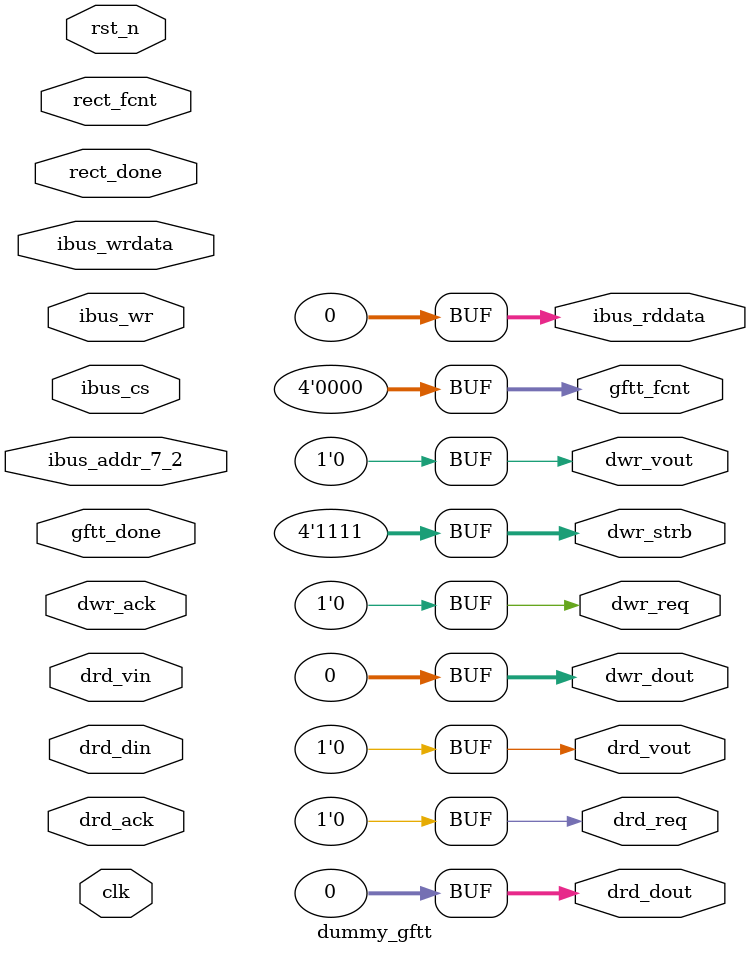
<source format=v>

`timescale 1 ns / 1 ps

module dummy_gftt (
	// Global Control
	rst_n, clk,
	
	// Internal Bus I/F
	ibus_cs,
	ibus_wr,
	ibus_addr_7_2,
	ibus_wrdata,
	ibus_rddata,
	
	// Control
	rect_done,
	gftt_done,
	rect_fcnt,
	gftt_fcnt,
	
	// DDR Read Arbiter I/F
	drd_req,
	drd_ack,
	drd_vin,
	drd_din,
	drd_vout,
	drd_dout,
	
	// DDR Write Arbiter I/F
	dwr_req,
	dwr_ack,
	dwr_vout,
	dwr_dout,
	dwr_strb
);


//==========================================================================
// Port Declaration
//==========================================================================
// Global Control
input			rst_n, clk;

// Internal Bus I/F
input			ibus_cs;
input			ibus_wr;
input	[5:0]	ibus_addr_7_2;
input	[31:0]	ibus_wrdata;
output	[31:0]	ibus_rddata;

// Control
input			rect_done;
input			gftt_done;
input	[3:0]	rect_fcnt;
output	[3:0]	gftt_fcnt;

// DDR Read Arbiter I/F
output			drd_req;
input			drd_ack;
input			drd_vin;
input	[31:0]	drd_din;
output			drd_vout;
output	[31:0]	drd_dout;

// DDR Write Arbiter I/F
output			dwr_req;
input			dwr_ack;
output			dwr_vout;
output	[31:0]	dwr_dout;
output	[3:0]	dwr_strb;


//==========================================================================
// Reg/Wire Declaration
//==========================================================================
reg				gftt_sim_start;


//==========================================================================
// Dummy Output
//==========================================================================
assign ibus_rddata = 32'b0;
assign gftt_fcnt = 4'b0;
assign drd_req  =  1'b0;
assign drd_vout =  1'b0;
assign drd_dout = 32'b0;
assign dwr_req  =  1'b0;
assign dwr_vout =  1'b0;
assign dwr_dout = 32'b0;
assign dwr_strb =  4'hF;


endmodule

</source>
